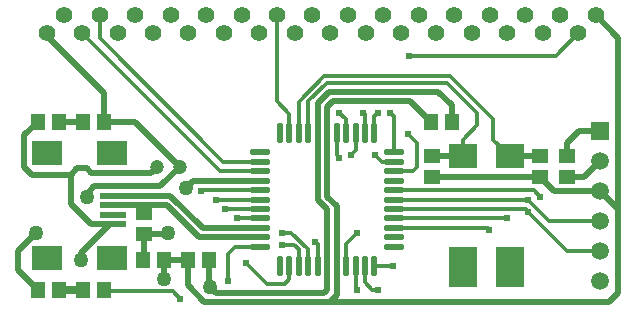
<source format=gtl>
%FSLAX24Y24*%
%MOIN*%
G70*
G01*
G75*
G04 Layer_Physical_Order=1*
G04 Layer_Color=255*
%ADD10R,0.0472X0.0551*%
%ADD11R,0.0551X0.0472*%
%ADD12O,0.0689X0.0217*%
%ADD13O,0.0217X0.0689*%
%ADD14R,0.0906X0.0197*%
%ADD15R,0.0984X0.0787*%
%ADD16R,0.0945X0.1339*%
%ADD17R,0.0945X0.0787*%
%ADD18C,0.0120*%
%ADD19C,0.0200*%
%ADD20C,0.0250*%
%ADD21C,0.0550*%
%ADD22C,0.0591*%
%ADD23R,0.0591X0.0591*%
%ADD24C,0.0472*%
%ADD25C,0.0240*%
%ADD26C,0.0500*%
D10*
X27554Y25000D02*
D03*
X26846D02*
D03*
X29054D02*
D03*
X28346D02*
D03*
X37154Y29600D02*
D03*
X36446D02*
D03*
X25554Y24000D02*
D03*
X24846D02*
D03*
X23346Y29600D02*
D03*
X24054D02*
D03*
X24054Y24000D02*
D03*
X23346D02*
D03*
X24846Y29600D02*
D03*
X25554D02*
D03*
D11*
X26900Y26554D02*
D03*
Y25846D02*
D03*
X41000Y28454D02*
D03*
Y27746D02*
D03*
X36500Y28454D02*
D03*
Y27746D02*
D03*
X40100Y28454D02*
D03*
Y27746D02*
D03*
D12*
X30776Y25425D02*
D03*
Y25740D02*
D03*
Y26055D02*
D03*
Y26370D02*
D03*
Y26685D02*
D03*
X30776Y27000D02*
D03*
Y27315D02*
D03*
X30776Y27630D02*
D03*
Y27945D02*
D03*
Y28260D02*
D03*
Y28575D02*
D03*
X35224D02*
D03*
Y28260D02*
D03*
Y27945D02*
D03*
Y27630D02*
D03*
Y27315D02*
D03*
Y27000D02*
D03*
Y26685D02*
D03*
Y26370D02*
D03*
Y26055D02*
D03*
Y25740D02*
D03*
Y25425D02*
D03*
D13*
X31425Y29224D02*
D03*
X31740D02*
D03*
X32055D02*
D03*
X32370D02*
D03*
X32685Y29224D02*
D03*
X33000Y29224D02*
D03*
X33315D02*
D03*
X33630D02*
D03*
X33945D02*
D03*
X34260D02*
D03*
X34575D02*
D03*
X34575Y24776D02*
D03*
X34260D02*
D03*
X33945D02*
D03*
X33630D02*
D03*
X33315D02*
D03*
X33000D02*
D03*
X32685D02*
D03*
X32370D02*
D03*
X32055D02*
D03*
X31740D02*
D03*
X31425D02*
D03*
D14*
X25853Y27125D02*
D03*
Y26180D02*
D03*
Y26495D02*
D03*
Y27440D02*
D03*
Y26810D02*
D03*
D15*
X25814Y28562D02*
D03*
X25814Y25058D02*
D03*
X23648Y28562D02*
D03*
Y25058D02*
D03*
D16*
X37513Y24750D02*
D03*
X39087D02*
D03*
D17*
X37513Y28450D02*
D03*
X39087D02*
D03*
D18*
X40617Y31800D02*
X41367Y32550D01*
X35741Y31800D02*
X40617D01*
X35700Y29200D02*
X36000Y28900D01*
Y28100D02*
Y28900D01*
X35845Y27945D02*
X36000Y28100D01*
X35224Y27945D02*
X35845D01*
X33630Y25530D02*
X34000Y25900D01*
X33630Y24776D02*
Y25530D01*
X33945Y24055D02*
X34000Y24000D01*
X33945Y24055D02*
Y24776D01*
X34500Y24000D02*
X34700D01*
X34260Y24240D02*
X34500Y24000D01*
X34260Y24240D02*
Y24776D01*
X35176D02*
X35200Y24800D01*
X34575Y24776D02*
X35176D01*
X38345Y26055D02*
X38400Y26000D01*
X35224Y26055D02*
X38345D01*
X38970Y26370D02*
X39000Y26400D01*
X35224Y26370D02*
X38970D01*
X41000Y25300D02*
X42100D01*
X39700Y26600D02*
X41000Y25300D01*
X39615Y26685D02*
X39700Y26600D01*
X35224Y26685D02*
X39615D01*
X40400Y26300D02*
X42100D01*
X39700Y27000D02*
X40400Y26300D01*
X35224Y27000D02*
X39700D01*
X39885Y27315D02*
X40100Y27100D01*
X35224Y27315D02*
X39885D01*
X34600Y28500D02*
X34840Y28260D01*
X35224D01*
X35100Y29900D02*
X35224Y29776D01*
Y28575D02*
Y29776D01*
X34575Y29775D02*
X34700Y29900D01*
X34575Y29224D02*
Y29775D01*
X34200Y29900D02*
X34260Y29840D01*
Y29224D02*
Y29840D01*
X33800Y28500D02*
X33945Y28645D01*
Y29224D01*
X33400Y29900D02*
X33630Y29670D01*
Y29224D02*
Y29670D01*
X33315Y28485D02*
X33400Y28400D01*
X33315Y28485D02*
Y29224D01*
X31740D02*
Y29860D01*
X31327Y30273D02*
X31740Y29860D01*
X31327Y30273D02*
Y33141D01*
X32600Y25600D02*
X32685Y25515D01*
Y24776D02*
Y25515D01*
X31500Y25900D02*
X31811D01*
X32370Y25341D01*
Y24776D02*
Y25341D01*
X31500Y25500D02*
X31900D01*
X32055Y25345D01*
Y24776D02*
Y25345D01*
X30300Y24900D02*
X31000Y24200D01*
X31600D01*
X31740Y24340D01*
Y24776D01*
X30000Y26400D02*
X30030Y26370D01*
X30776D01*
X29600Y26700D02*
X29615Y26685D01*
X30776D01*
X29300Y27000D02*
X30776D01*
X28800Y27300D02*
X28815Y27315D01*
X30776D01*
X29540Y28260D02*
X30776D01*
X25422Y32378D02*
X29540Y28260D01*
X25422Y32378D02*
Y33141D01*
X29436Y27945D02*
X30776D01*
X24831Y32550D02*
X29436Y27945D01*
X29700Y24300D02*
Y25200D01*
X29925Y25425D01*
X30776D01*
X27864Y23936D02*
X28100Y23700D01*
X25619Y23936D02*
X27864D01*
X25554Y24000D02*
X25619Y23936D01*
X32370Y29224D02*
Y30270D01*
X33000Y30900D01*
X32055Y29224D02*
Y30266D01*
X32909Y31120D01*
X33000Y30900D02*
X37000D01*
X38000Y29900D01*
X32909Y31120D02*
X37091D01*
X38000Y29487D02*
Y29900D01*
X37513Y29000D02*
X38000Y29487D01*
X37513Y28450D02*
Y29000D01*
X37091Y31120D02*
X38538Y29673D01*
Y29000D02*
Y29673D01*
Y29000D02*
X39087Y28450D01*
D19*
X25554Y29600D02*
Y30546D01*
X23650Y32450D02*
X25554Y30546D01*
X23650Y32450D02*
Y32550D01*
X42700Y26700D02*
Y32398D01*
X41957Y33141D02*
X42700Y32398D01*
X24986Y28053D02*
X25139Y27900D01*
X24673Y28053D02*
X24986D01*
X24452Y27832D02*
X24673Y28053D01*
X24452Y26854D02*
Y27832D01*
Y26854D02*
X25127Y26180D01*
X24846Y29600D02*
X24846Y29600D01*
X24054Y29600D02*
X24846D01*
X22900Y29154D02*
X23346Y29600D01*
X22900Y28100D02*
Y29154D01*
Y28100D02*
X23168Y27832D01*
X24452D01*
X25240Y27440D02*
X25853D01*
X25000Y27200D02*
X25240Y27440D01*
X25000Y27100D02*
Y27200D01*
X22700Y25300D02*
X23300Y25900D01*
X22700Y24646D02*
Y25300D01*
Y24646D02*
X23346Y24000D01*
X26900Y25054D02*
Y25846D01*
X26846Y25000D02*
X26900Y25054D01*
X28845Y26055D02*
X30776D01*
X27775Y27125D02*
X28845Y26055D01*
X28736Y25740D02*
X30776D01*
X27666Y26810D02*
X28736Y25740D01*
X25853Y27125D02*
X27775D01*
X25853Y26810D02*
X27666D01*
X26900Y25846D02*
X27646D01*
X27700Y25900D01*
X27113Y27900D02*
X27313Y28100D01*
X25139Y27900D02*
X27113D01*
X26600Y29600D02*
X28100Y28100D01*
X25554Y29600D02*
X26600D01*
X27554Y25000D02*
X28346D01*
X33315Y23815D02*
Y24776D01*
X33100Y23600D02*
X33315Y23815D01*
X28900Y23600D02*
X33100D01*
X33000Y24000D02*
Y24776D01*
X32900Y23900D02*
X33000Y24000D01*
X29300Y23900D02*
X32900D01*
X29000Y24946D02*
X29054Y25000D01*
X28346Y24154D02*
Y25000D01*
Y24154D02*
X28900Y23600D01*
X29054Y24146D02*
Y25000D01*
Y24146D02*
X29100Y24100D01*
X25853Y27440D02*
X27440D01*
X28100Y28100D01*
X29100Y24100D02*
X29300Y23900D01*
X27554Y24346D02*
Y25000D01*
X25767Y26180D02*
X25853D01*
X24800Y25000D02*
Y25213D01*
X25767Y26180D01*
X25127D02*
X25767D01*
X33100Y23600D02*
X42400D01*
X42700Y23900D01*
Y26700D01*
X42100Y27300D02*
X42700Y26700D01*
X33000Y27100D02*
Y29224D01*
Y27100D02*
X33315Y26785D01*
Y24776D02*
Y26785D01*
X33000Y24776D02*
Y26676D01*
X32692Y26984D02*
X33000Y26676D01*
X32692Y26984D02*
Y29218D01*
X32685Y29224D02*
X32692Y29218D01*
X33000Y29224D02*
Y30100D01*
X33200Y30300D01*
X35746D01*
X36446Y29600D01*
X32685Y29224D02*
X32692Y29231D01*
Y30216D01*
X33076Y30600D01*
X36700D01*
X37154Y30146D01*
Y29600D02*
Y30146D01*
X36500Y28454D02*
X37509D01*
X39087Y28450D02*
X40096D01*
X36500Y27746D02*
X40100D01*
X40546Y27300D01*
X42100D01*
X41000Y27746D02*
X41546D01*
X42100Y28300D01*
X41000Y28454D02*
Y28900D01*
X41400Y29300D01*
X42100D01*
X28530Y27630D02*
X30776D01*
X28300Y27400D02*
X28530Y27630D01*
D20*
X24054Y24000D02*
X24846D01*
X24846Y24000D01*
D21*
X39004Y32550D02*
D03*
X39595Y33141D02*
D03*
X37823Y32550D02*
D03*
X38414Y33141D02*
D03*
X36642Y32550D02*
D03*
X37233Y33141D02*
D03*
X35461Y32550D02*
D03*
X36052Y33141D02*
D03*
X34280Y32550D02*
D03*
X34870Y33141D02*
D03*
X33099Y32550D02*
D03*
X33689Y33141D02*
D03*
X31918Y32550D02*
D03*
X32508Y33141D02*
D03*
X29556Y32550D02*
D03*
X31327Y33141D02*
D03*
X28374Y32550D02*
D03*
X30737D02*
D03*
X41367D02*
D03*
X41957Y33141D02*
D03*
X30146D02*
D03*
X40776D02*
D03*
X28965D02*
D03*
X27193Y32550D02*
D03*
X26603Y33141D02*
D03*
X40185Y32550D02*
D03*
X27784Y33141D02*
D03*
X26012Y32550D02*
D03*
X25422Y33141D02*
D03*
X24831Y32550D02*
D03*
X24241Y33141D02*
D03*
X23650Y32550D02*
D03*
D22*
X42100Y24300D02*
D03*
Y25300D02*
D03*
Y26300D02*
D03*
Y27300D02*
D03*
Y28300D02*
D03*
D23*
Y29300D02*
D03*
D24*
X28100Y28100D02*
D03*
X27313D02*
D03*
D25*
X35741Y31800D02*
D03*
X35700Y29200D02*
D03*
X34000Y25900D02*
D03*
Y24000D02*
D03*
X34700D02*
D03*
X35200Y24800D02*
D03*
X38400Y26000D02*
D03*
X39000Y26400D02*
D03*
X39700Y26600D02*
D03*
Y27000D02*
D03*
X40100Y27100D02*
D03*
X34600Y28500D02*
D03*
X35100Y29900D02*
D03*
X34700D02*
D03*
X34200D02*
D03*
X33800Y28500D02*
D03*
X33400Y29900D02*
D03*
Y28400D02*
D03*
X32600Y25600D02*
D03*
X31500Y25900D02*
D03*
Y25500D02*
D03*
X30300Y24900D02*
D03*
X30000Y26400D02*
D03*
X29600Y26700D02*
D03*
X29300Y27000D02*
D03*
X28800Y27300D02*
D03*
X29700Y24300D02*
D03*
X28100Y23700D02*
D03*
D26*
X25000Y27100D02*
D03*
X23300Y25900D02*
D03*
X27700D02*
D03*
X29100Y24100D02*
D03*
X27554Y24346D02*
D03*
X24800Y25000D02*
D03*
X28300Y27400D02*
D03*
M02*

</source>
